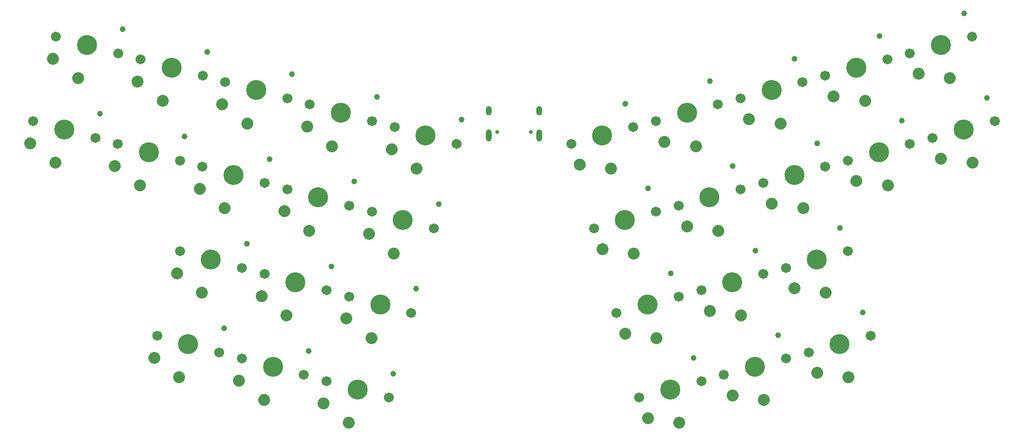
<source format=gbr>
%TF.GenerationSoftware,KiCad,Pcbnew,8.0.0*%
%TF.CreationDate,2024-03-16T16:30:29-05:00*%
%TF.ProjectId,rattlemebones32,72617474-6c65-46d6-9562-6f6e65733332,rev?*%
%TF.SameCoordinates,Original*%
%TF.FileFunction,Soldermask,Top*%
%TF.FilePolarity,Negative*%
%FSLAX46Y46*%
G04 Gerber Fmt 4.6, Leading zero omitted, Abs format (unit mm)*
G04 Created by KiCad (PCBNEW 8.0.0) date 2024-03-16 16:30:29*
%MOMM*%
%LPD*%
G01*
G04 APERTURE LIST*
%ADD10C,2.032000*%
%ADD11C,1.701800*%
%ADD12C,0.990600*%
%ADD13C,3.429000*%
%ADD14C,0.650000*%
%ADD15O,1.000000X1.600000*%
%ADD16O,1.000000X2.100000*%
G04 APERTURE END LIST*
D10*
%TO.C,SW21*%
X95455063Y-45453403D03*
X99741174Y-48775942D03*
D11*
X106580798Y-44500485D03*
D12*
X107397379Y-40371127D03*
D13*
X101268206Y-43076980D03*
D11*
X95955614Y-41653475D03*
%TD*%
D10*
%TO.C,SW3*%
X88730747Y-12593341D03*
X93016858Y-15915880D03*
D11*
X99856482Y-11640423D03*
D12*
X100673063Y-7511065D03*
D13*
X94543890Y-10216918D03*
D11*
X89231298Y-8793413D03*
%TD*%
D10*
%TO.C,SW28*%
X205024500Y-62530479D03*
X210397649Y-63264827D03*
D11*
X214183209Y-56142360D03*
D12*
X212825710Y-52157941D03*
D13*
X208870617Y-57565865D03*
D11*
X203558025Y-58989370D03*
%TD*%
D10*
%TO.C,SW16*%
X197259926Y-33552705D03*
X202633075Y-34287053D03*
D11*
X206418635Y-27164586D03*
D12*
X205061136Y-23180167D03*
D13*
X201106043Y-28588091D03*
D11*
X195793451Y-30011596D03*
%TD*%
D10*
%TO.C,SW7*%
X117708524Y-20357912D03*
X121994635Y-23680451D03*
D11*
X128834259Y-19404994D03*
D12*
X129650840Y-15275636D03*
D13*
X123521667Y-17981489D03*
D11*
X118209075Y-16557984D03*
%TD*%
D10*
%TO.C,SW11*%
X132197411Y-24240198D03*
X136483522Y-27562737D03*
D11*
X143323146Y-23287280D03*
D12*
X144139727Y-19157922D03*
D13*
X138010554Y-21863775D03*
D11*
X132697962Y-20440270D03*
%TD*%
D10*
%TO.C,SW27*%
X91572782Y-59942288D03*
X95858893Y-63264827D03*
D11*
X102698517Y-58989370D03*
D12*
X103515098Y-54860012D03*
D13*
X97385925Y-57565865D03*
D11*
X92073333Y-56142360D03*
%TD*%
D10*
%TO.C,SW6*%
X193377640Y-19063817D03*
X198750789Y-19798165D03*
D11*
X202536349Y-12675698D03*
D12*
X201178850Y-8691279D03*
D13*
X197223757Y-14099203D03*
D11*
X191911165Y-15522708D03*
%TD*%
D10*
%TO.C,SW31*%
X120550556Y-67706859D03*
X124836667Y-71029398D03*
D11*
X131676291Y-66753941D03*
D12*
X132492872Y-62624583D03*
D13*
X126363699Y-65330436D03*
D11*
X121051107Y-63906931D03*
%TD*%
D10*
%TO.C,SW25*%
X124432838Y-53217972D03*
X128718949Y-56540511D03*
D11*
X135558573Y-52265054D03*
D12*
X136375154Y-48135696D03*
D13*
X130245981Y-50841549D03*
D11*
X124933389Y-49418044D03*
%TD*%
D10*
%TO.C,SW5*%
X103219638Y-16475626D03*
X107505749Y-19798165D03*
D11*
X114345373Y-15522708D03*
D12*
X115161954Y-11393350D03*
D13*
X109032781Y-14099203D03*
D11*
X103720189Y-12675698D03*
%TD*%
D10*
%TO.C,SW24*%
X186653325Y-51923880D03*
X192026474Y-52658228D03*
D11*
X195812034Y-45535761D03*
D12*
X194454535Y-41551342D03*
D13*
X190499442Y-46959266D03*
D11*
X185186850Y-48382771D03*
%TD*%
D10*
%TO.C,SW9*%
X70359578Y-23199944D03*
X74645689Y-26522483D03*
D11*
X81485313Y-22247026D03*
D12*
X82301894Y-18117668D03*
D13*
X76172721Y-20823521D03*
D11*
X70860129Y-19400016D03*
%TD*%
D10*
%TO.C,SW10*%
X226237701Y-25788131D03*
X231610850Y-26522479D03*
D11*
X235396410Y-19400012D03*
D12*
X234038911Y-15415593D03*
D13*
X230083818Y-20823517D03*
D11*
X224771226Y-22247022D03*
%TD*%
D10*
%TO.C,SW23*%
X109943954Y-49335689D03*
X114230065Y-52658228D03*
D11*
X121069689Y-48382771D03*
D12*
X121886270Y-44253413D03*
D13*
X115757097Y-46959266D03*
D11*
X110444505Y-45535761D03*
%TD*%
D10*
%TO.C,SW26*%
X172164439Y-55806164D03*
X177537588Y-56540512D03*
D11*
X181323148Y-49418045D03*
D12*
X179965649Y-45433626D03*
D13*
X176010556Y-50841550D03*
D11*
X170697964Y-52265055D03*
%TD*%
D10*
%TO.C,SW13*%
X84848460Y-27082224D03*
X89134571Y-30404763D03*
D11*
X95974195Y-26129306D03*
D12*
X96790776Y-21999948D03*
D13*
X90661603Y-24705801D03*
D11*
X85349011Y-23282296D03*
%TD*%
D10*
%TO.C,SW32*%
X176046724Y-70295053D03*
X181419873Y-71029401D03*
D11*
X185205433Y-63906934D03*
D12*
X183847934Y-59922515D03*
D13*
X179892841Y-65330439D03*
D11*
X174580249Y-66753944D03*
%TD*%
D10*
%TO.C,SW19*%
X128315127Y-38729085D03*
X132601238Y-42051624D03*
D11*
X139440862Y-37776167D03*
D12*
X140257443Y-33646809D03*
D13*
X134128270Y-36352662D03*
D11*
X128815678Y-34929157D03*
%TD*%
D10*
%TO.C,SW15*%
X99337350Y-30964514D03*
X103623461Y-34287053D03*
D11*
X110463085Y-30011596D03*
D12*
X111279666Y-25882238D03*
D13*
X105150493Y-28588091D03*
D11*
X99837901Y-27164586D03*
%TD*%
D10*
%TO.C,SW12*%
X164399867Y-26828391D03*
X169773016Y-27562739D03*
D11*
X173558576Y-20440272D03*
D12*
X172201077Y-16455853D03*
D13*
X168245984Y-21863777D03*
D11*
X162933392Y-23287282D03*
%TD*%
D10*
%TO.C,SW22*%
X201142214Y-48041594D03*
X206515363Y-48775942D03*
D11*
X210300923Y-41653475D03*
D12*
X208943424Y-37669056D03*
D13*
X204988331Y-43076980D03*
D11*
X199675739Y-44500485D03*
%TD*%
D10*
%TO.C,SW20*%
X168282149Y-41317276D03*
X173655298Y-42051624D03*
D11*
X177440858Y-34929157D03*
D12*
X176083359Y-30944738D03*
D13*
X172128266Y-36352662D03*
D11*
X166815674Y-37776167D03*
%TD*%
D10*
%TO.C,SW14*%
X211748813Y-29670420D03*
X217121962Y-30404768D03*
D11*
X220907522Y-23282301D03*
D12*
X219550023Y-19297882D03*
D13*
X215594930Y-24705806D03*
D11*
X210282338Y-26129311D03*
%TD*%
D10*
%TO.C,SW30*%
X190535612Y-66412762D03*
X195908761Y-67147110D03*
D11*
X199694321Y-60024643D03*
D12*
X198336822Y-56040224D03*
D13*
X194381729Y-61448148D03*
D11*
X189069137Y-62871653D03*
%TD*%
D10*
%TO.C,SW1*%
X74241861Y-8711056D03*
X78527972Y-12033595D03*
D11*
X85367596Y-7758138D03*
D12*
X86184177Y-3628780D03*
D13*
X80055004Y-6334633D03*
D11*
X74742412Y-4911128D03*
%TD*%
D10*
%TO.C,SW18*%
X182771039Y-37434993D03*
X188144188Y-38169341D03*
D11*
X191929748Y-31046874D03*
D12*
X190572249Y-27062455D03*
D13*
X186617156Y-32470379D03*
D11*
X181304564Y-33893884D03*
%TD*%
D10*
%TO.C,SW4*%
X207866532Y-15181533D03*
X213239681Y-15915881D03*
D11*
X217025241Y-8793414D03*
D12*
X215667742Y-4808995D03*
D13*
X211712649Y-10216919D03*
D11*
X206400057Y-11640424D03*
%TD*%
D10*
%TO.C,SW2*%
X222355415Y-11299248D03*
X227728564Y-12033596D03*
D11*
X231514124Y-4911129D03*
D12*
X230156625Y-926710D03*
D13*
X226201532Y-6334634D03*
D11*
X220888940Y-7758139D03*
%TD*%
D10*
%TO.C,SW17*%
X113826240Y-34846801D03*
X118112351Y-38169340D03*
D11*
X124951975Y-33893883D03*
D12*
X125768556Y-29764525D03*
D13*
X119639383Y-32470378D03*
D11*
X114326791Y-31046873D03*
%TD*%
D10*
%TO.C,SW29*%
X106061667Y-63824574D03*
X110347778Y-67147113D03*
D11*
X117187402Y-62871656D03*
D12*
X118003983Y-58742298D03*
D13*
X111874810Y-61448151D03*
D11*
X106562218Y-60024646D03*
%TD*%
D10*
%TO.C,SW8*%
X178888757Y-22946101D03*
X184261906Y-23680449D03*
D11*
X188047466Y-16557982D03*
D12*
X186689967Y-12573563D03*
D13*
X182734874Y-17981487D03*
D11*
X177422282Y-19404992D03*
%TD*%
D14*
%TO.C,J1*%
X150238393Y-21285378D03*
X156018393Y-21285378D03*
D15*
X148808393Y-17635378D03*
D16*
X148808393Y-21815378D03*
D15*
X157448393Y-17635378D03*
D16*
X157448393Y-21815378D03*
%TD*%
M02*

</source>
